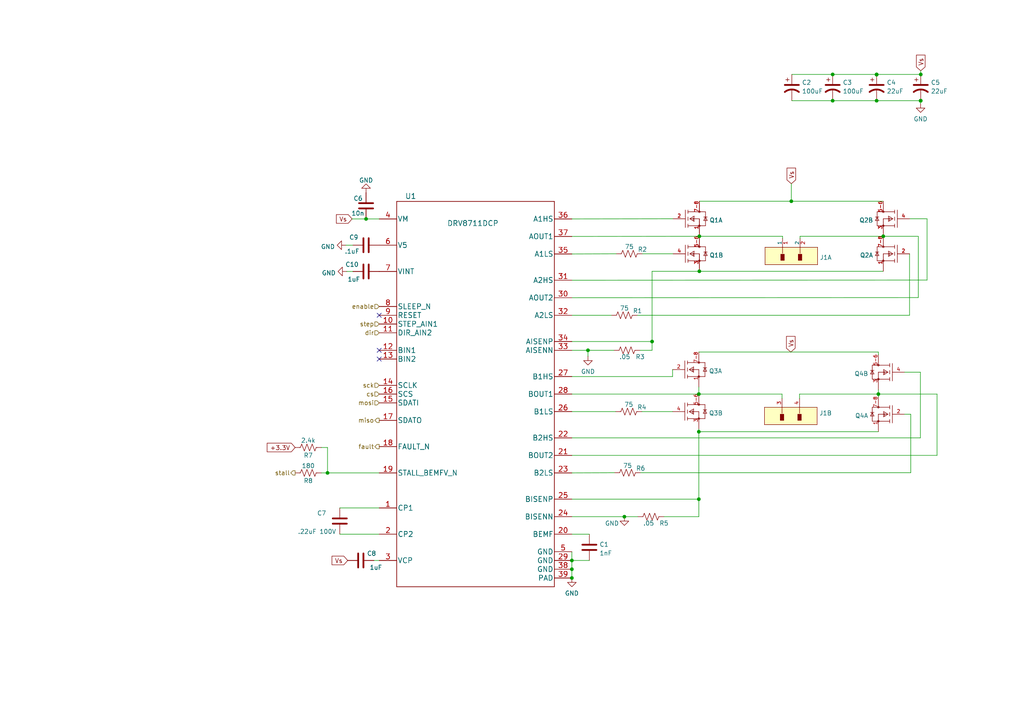
<source format=kicad_sch>
(kicad_sch (version 20211123) (generator eeschema)
  (paper "A4")
  (title_block (title "Motor Driver") (company "Buildbotics LLC") (comment 1 "Copyright (c) 2016-2022, Buildbotics LLC") (comment 2 "Licensed under CERN-OHL-S v2 "))
  (lib_symbols
    (symbol "1LibBBCTRL:43045-0402" (pin_names (offset 0))
      (property "Reference" "J" (at 0 7.62 0))
      (property "Value" "43045-0402" (at 0 10.16 0))
      (symbol "43045-0402_1_1"
        (rectangle (start -10.16 5.08) (end -5.08 -10.16) (fill (type background)))
        (rectangle (start -8.89 -4.572) (end -7.112 -5.588) (fill (type outline)))
        (rectangle (start -8.89 0.508) (end -7.112 -0.508) (fill (type outline)))
        (polyline (pts (xy -6.858 -5.08) (xy -5.08 -5.08)))
        (polyline (pts (xy -6.858 0) (xy -5.08 0)))
        (pin passive line (at -2.54 0 180) (length 2.54) (name "1") (number "1"))
        (pin passive line (at -2.54 -5.08 180) (length 2.54) (name "2") (number "2"))
      )
      (symbol "43045-0402_2_1"
        (rectangle (start -10.16 5.08) (end -5.08 -10.16) (fill (type background)))
        (rectangle (start -8.89 -4.572) (end -7.112 -5.588) (fill (type outline)))
        (rectangle (start -8.89 0.508) (end -7.112 -0.508) (fill (type outline)))
        (polyline (pts (xy -6.858 -5.08) (xy -5.08 -5.08)))
        (polyline (pts (xy -6.858 0) (xy -5.08 0)))
        (pin passive line (at -2.54 0 180) (length 2.54) (name "3") (number "3"))
        (pin passive line (at -2.54 -5.08 180) (length 2.54) (name "4") (number "4"))
      )
    )
    (symbol "1LibBBCTRL:DRV8711DCP" (pin_names (offset 0.254))
      (property "Reference" "U" (at 0 2.54 0))
      (property "Value" "DRV8711DCP" (at 0 0 0))
      (property "Datasheet" "https://www.ti.com/lit/ds/symlink/drv8711.pdf?ts=1663896064340&ref_url=https%253A%252F%252Fwww.google.com%252F" (at 0 0 0))
      (property "Model" "DRV8711DCP" (at 0 0 0))
      (symbol "DRV8711DCP_1_1"
        (polyline (pts (xy -22.86 -55.88) (xy 22.86 -55.88)) (stroke (width 0.2032)))
        (polyline (pts (xy -22.86 55.88) (xy -22.86 -55.88)) (stroke (width 0.2032)))
        (polyline (pts (xy 22.86 -55.88) (xy 22.86 55.88)) (stroke (width 0.2032)))
        (polyline (pts (xy 22.86 55.88) (xy -22.86 55.88)) (stroke (width 0.2032)))
        (pin unspecified line (at -27.94 -33.02 0) (length 5.08) (name "CP1") (number "1"))
        (pin input line (at -27.94 20.32 0) (length 5.08) (name "STEP_AIN1") (number "10"))
        (pin input line (at -27.94 17.78 0) (length 5.08) (name "DIR_AIN2") (number "11"))
        (pin input line (at -27.94 12.7 0) (length 5.08) (name "BIN1") (number "12"))
        (pin input line (at -27.94 10.16 0) (length 5.08) (name "BIN2") (number "13"))
        (pin input line (at -27.94 2.54 0) (length 5.08) (name "SCLK") (number "14"))
        (pin input line (at -27.94 -2.54 0) (length 5.08) (name "SDATI") (number "15"))
        (pin input line (at -27.94 0 0) (length 5.08) (name "SCS") (number "16"))
        (pin open_collector line (at -27.94 -7.62 0) (length 5.08) (name "SDATO") (number "17"))
        (pin open_collector line (at -27.94 -15.24 0) (length 5.08) (name "FAULT_N") (number "18"))
        (pin open_collector line (at -27.94 -22.86 0) (length 5.08) (name "STALL_BEMFV_N") (number "19"))
        (pin unspecified line (at -27.94 -40.64 0) (length 5.08) (name "CP2") (number "2"))
        (pin output line (at 27.94 -40.64 180) (length 5.08) (name "BEMF") (number "20"))
        (pin passive line (at 27.94 -17.78 180) (length 5.08) (name "BOUT2") (number "21"))
        (pin output line (at 27.94 -12.7 180) (length 5.08) (name "B2HS") (number "22"))
        (pin output line (at 27.94 -22.86 180) (length 5.08) (name "B2LS") (number "23"))
        (pin input line (at 27.94 -35.56 180) (length 5.08) (name "BISENN") (number "24"))
        (pin input line (at 27.94 -30.48 180) (length 5.08) (name "BISENP") (number "25"))
        (pin output line (at 27.94 -5.08 180) (length 5.08) (name "B1LS") (number "26"))
        (pin output line (at 27.94 5.08 180) (length 5.08) (name "B1HS") (number "27"))
        (pin input line (at 27.94 0 180) (length 5.08) (name "BOUT1") (number "28"))
        (pin passive line (at 27.94 -48.26 180) (length 5.08) (name "GND") (number "29"))
        (pin unspecified line (at -27.94 -48.26 0) (length 5.08) (name "VCP") (number "3"))
        (pin input line (at 27.94 27.94 180) (length 5.08) (name "AOUT2") (number "30"))
        (pin output line (at 27.94 33.02 180) (length 5.08) (name "A2HS") (number "31"))
        (pin output line (at 27.94 22.86 180) (length 5.08) (name "A2LS") (number "32"))
        (pin input line (at 27.94 12.7 180) (length 5.08) (name "AISENN") (number "33"))
        (pin input line (at 27.94 15.24 180) (length 5.08) (name "AISENP") (number "34"))
        (pin output line (at 27.94 40.64 180) (length 5.08) (name "A1LS") (number "35"))
        (pin output line (at 27.94 50.8 180) (length 5.08) (name "A1HS") (number "36"))
        (pin input line (at 27.94 45.72 180) (length 5.08) (name "AOUT1") (number "37"))
        (pin passive line (at 27.94 -50.8 180) (length 5.08) (name "GND") (number "38"))
        (pin passive line (at 27.94 -53.34 180) (length 5.08) (name "PAD") (number "39"))
        (pin passive line (at -27.94 50.8 0) (length 5.08) (name "VM") (number "4"))
        (pin passive line (at 27.94 -45.72 180) (length 5.08) (name "GND") (number "5"))
        (pin passive line (at -27.94 43.18 0) (length 5.08) (name "V5") (number "6"))
        (pin passive line (at -27.94 35.56 0) (length 5.08) (name "VINT") (number "7"))
        (pin input line (at -27.94 25.4 0) (length 5.08) (name "SLEEP_N") (number "8"))
        (pin input line (at -27.94 22.86 0) (length 5.08) (name "RESET") (number "9"))
      )
    )
    (symbol "1LibBBCTRL:NVMFD5C672NLT1G" (pin_names (offset 1.016))
      (property "Reference" "Q" (at 0 7.62 0))
      (symbol "NVMFD5C672NLT1G_1_1"
        (polyline (pts (xy 6.096 -2.54) (xy 6.096 2.54)))
        (polyline (pts (xy 6.858 -2.032) (xy 10.16 -2.032)))
        (polyline (pts (xy 6.858 -1.524) (xy 6.858 -2.54)))
        (polyline (pts (xy 6.858 0.508) (xy 6.858 -0.508)))
        (polyline (pts (xy 6.858 1.524) (xy 6.858 2.54)))
        (polyline (pts (xy 6.858 2.032) (xy 10.16 2.032)))
        (polyline (pts (xy 7.366 0) (xy 8.636 -0.762)))
        (polyline (pts (xy 7.366 0) (xy 8.636 0.762)))
        (polyline (pts (xy 7.62 0) (xy 10.16 0)))
        (polyline (pts (xy 8.382 0.254) (xy 8.382 -0.508)))
        (polyline (pts (xy 8.636 0.762) (xy 8.636 -0.762)))
        (polyline (pts (xy 10.16 -2.032) (xy 11.938 -2.032)))
        (polyline (pts (xy 11.43 -0.508) (xy 12.446 -0.508)))
        (polyline (pts (xy 11.938 -2.032) (xy 11.938 2.032)))
        (polyline (pts (xy 11.938 0.508) (xy 11.43 -0.508)))
        (polyline (pts (xy 11.938 0.508) (xy 11.43 0.508)))
        (polyline (pts (xy 11.938 0.508) (xy 12.446 0.508)))
        (polyline (pts (xy 11.938 2.032) (xy 10.16 2.032)))
        (polyline (pts (xy 12.446 -0.508) (xy 11.938 0.508)))
        (circle (center 10.16 -2.032) (radius 0.254))
        (circle (center 10.16 2.032) (radius 0.254))
        (pin passive line (at 10.16 -5.08 90) (length 5.08) (name "S1") (number "1"))
        (pin passive line (at 2.54 0 0) (length 3.556) (name "G1") (number "2"))
        (pin passive line (at 10.16 5.08 270) (length 3.048) (name "D1") (number "7-8"))
      )
      (symbol "NVMFD5C672NLT1G_2_1"
        (polyline (pts (xy 6.096 -2.54) (xy 6.096 2.54)))
        (polyline (pts (xy 6.858 -2.032) (xy 10.16 -2.032)))
        (polyline (pts (xy 6.858 -1.524) (xy 6.858 -2.54)))
        (polyline (pts (xy 6.858 0.508) (xy 6.858 -0.508)))
        (polyline (pts (xy 6.858 1.524) (xy 6.858 2.54)))
        (polyline (pts (xy 6.858 2.032) (xy 10.16 2.032)))
        (polyline (pts (xy 7.366 0) (xy 8.636 -0.762)))
        (polyline (pts (xy 7.366 0) (xy 8.636 0.762)))
        (polyline (pts (xy 7.62 0) (xy 10.16 0)))
        (polyline (pts (xy 8.382 0.254) (xy 8.382 -0.508)))
        (polyline (pts (xy 8.636 0.762) (xy 8.636 -0.762)))
        (polyline (pts (xy 10.16 -2.032) (xy 11.938 -2.032)))
        (polyline (pts (xy 11.43 -0.508) (xy 12.446 -0.508)))
        (polyline (pts (xy 11.938 -2.032) (xy 11.938 2.032)))
        (polyline (pts (xy 11.938 0.508) (xy 11.43 -0.508)))
        (polyline (pts (xy 11.938 0.508) (xy 11.43 0.508)))
        (polyline (pts (xy 11.938 0.508) (xy 12.446 0.508)))
        (polyline (pts (xy 11.938 2.032) (xy 10.16 2.032)))
        (polyline (pts (xy 12.446 -0.508) (xy 11.938 0.508)))
        (circle (center 10.16 -2.032) (radius 0.254))
        (circle (center 10.16 2.032) (radius 0.254))
        (pin passive line (at 10.16 -5.08 90) (length 5.08) (name "S2") (number "3"))
        (pin passive line (at 2.54 0 0) (length 3.556) (name "G2") (number "4"))
        (pin passive line (at 10.16 5.08 270) (length 3.048) (name "D2") (number "5-6"))
      )
    )
    (symbol "43045-0402_1" (pin_names (offset 0) hide)
      (property "Reference" "J" (at 0 7.62 0))
      (property "Value" "43045-0402_1" (at 0 10.16 0))
      (symbol "43045-0402_1_1_1"
        (rectangle (start -10.16 5.08) (end -5.08 -10.16) (fill (type background)))
        (rectangle (start -8.89 -4.572) (end -7.112 -5.588) (fill (type outline)))
        (rectangle (start -8.89 0.508) (end -7.112 -0.508) (fill (type outline)))
        (polyline (pts (xy -6.858 -5.08) (xy -5.08 -5.08)))
        (polyline (pts (xy -6.858 0) (xy -5.08 0)))
        (pin passive line (at -2.54 0 180) (length 2.54) (name "1") (number "1"))
        (pin passive line (at -2.54 -5.08 180) (length 2.54) (name "2") (number "2"))
      )
      (symbol "43045-0402_1_2_1"
        (rectangle (start -10.16 5.08) (end -5.08 -10.16) (fill (type background)))
        (rectangle (start -8.89 -4.572) (end -7.112 -5.588) (fill (type outline)))
        (rectangle (start -8.89 0.508) (end -7.112 -0.508) (fill (type outline)))
        (polyline (pts (xy -6.858 -5.08) (xy -5.08 -5.08)))
        (polyline (pts (xy -6.858 0) (xy -5.08 0)))
        (pin passive line (at -2.54 0 180) (length 2.54) (name "3") (number "3"))
        (pin passive line (at -2.54 -5.08 180) (length 2.54) (name "4") (number "4"))
      )
    )
    (symbol "Device:C" (pin_numbers hide) (pin_names (offset 0.254))
      (property "Reference" "C" (at 0.635 2.54 0))
      (property "Value" "C" (at 0.635 -2.54 0))
      (symbol "C_0_1"
        (polyline (pts (xy -2.032 -0.762) (xy 2.032 -0.762)) (stroke (width 0.508)))
        (polyline (pts (xy -2.032 0.762) (xy 2.032 0.762)) (stroke (width 0.508)))
      )
      (symbol "C_1_1"
        (pin passive line (at 0 3.81 270) (length 2.794) (name "~") (number "1"))
        (pin passive line (at 0 -3.81 90) (length 2.794) (name "~") (number "2"))
      )
    )
    (symbol "Device:C_Polarized_US" (pin_numbers hide) (pin_names (offset 0.254) hide)
      (property "Reference" "C" (at 0.635 2.54 0))
      (property "Value" "C_Polarized_US" (at 0.635 -2.54 0))
      (symbol "C_Polarized_US_0_1"
        (polyline (pts (xy -2.032 0.762) (xy 2.032 0.762)) (stroke (width 0.508)))
        (polyline (pts (xy -1.778 2.286) (xy -0.762 2.286)))
        (polyline (pts (xy -1.27 1.778) (xy -1.27 2.794)))
        (arc (start 2.032 -1.27) (mid 0 -0.5572) (end -2.032 -1.27) (stroke (width 0.508)))
      )
      (symbol "C_Polarized_US_1_1"
        (pin passive line (at 0 3.81 270) (length 2.794) (name "~") (number "1"))
        (pin passive line (at 0 -3.81 90) (length 3.302) (name "~") (number "2"))
      )
    )
    (symbol "Device:R_US" (pin_numbers hide) (pin_names (offset 0))
      (property "Reference" "R" (at 2.54 0 90))
      (property "Value" "R_US" (at -2.54 0 90))
      (symbol "R_US_0_1"
        (polyline (pts (xy 0 -2.286) (xy 0 -2.54)))
        (polyline (pts (xy 0 2.286) (xy 0 2.54)))
        (polyline (pts (xy 0 -0.762) (xy 1.016 -1.143) (xy 0 -1.524) (xy -1.016 -1.905) (xy 0 -2.286)))
        (polyline (pts (xy 0 0.762) (xy 1.016 0.381) (xy 0 0) (xy -1.016 -0.381) (xy 0 -0.762)))
        (polyline (pts (xy 0 2.286) (xy 1.016 1.905) (xy 0 1.524) (xy -1.016 1.143) (xy 0 0.762)))
      )
      (symbol "R_US_1_1"
        (pin passive line (at 0 3.81 270) (length 1.27) (name "~") (number "1"))
        (pin passive line (at 0 -3.81 90) (length 1.27) (name "~") (number "2"))
      )
    )
    (symbol "power:GND" (power) (pin_names (offset 0))
      (property "Value" "GND" (at 0 -3.81 0))
      (symbol "GND_0_1"
        (polyline (pts (xy 0 0) (xy 0 -1.27) (xy 1.27 -1.27) (xy 0 -2.54) (xy -1.27 -1.27) (xy 0 -1.27)))
      )
      (symbol "GND_1_1"
        (pin power_in line (at 0 0 270) (length 0) hide (name "GND") (number "1"))
      )
    )
  )
  (junction (at 170.5356 101.6))
  (junction (at 202.692 114.3))
  (junction (at 241.5032 29.21))
  (junction (at 241.5032 21.59))
  (junction (at 202.692 144.78))
  (junction (at 254.254 29.21))
  (junction (at 94.996 137.16))
  (junction (at 254.762 114.3))
  (junction (at 254.254 21.59))
  (junction (at 165.862 162.56))
  (junction (at 202.8444 68.5292))
  (junction (at 256.1844 68.5292))
  (junction (at 189.1284 99.06))
  (junction (at 165.862 167.64))
  (junction (at 229.5144 58.3692))
  (junction (at 202.8444 78.6892))
  (junction (at 267.0556 21.59))
  (junction (at 165.862 165.1))
  (junction (at 202.692 125.222))
  (junction (at 267.0048 29.21))
  (junction (at 181.102 149.86))
  (junction (at 254.254 21.6408))
  (junction (at 106.172 63.5))
  (junction (at 267.0556 29.21))
  (no_connect (at 109.982 91.44))
  (no_connect (at 109.982 101.6))
  (no_connect (at 109.982 104.14))
  (wire (pts (xy 94.996 137.16) (xy 109.982 137.16)))
  (wire (pts (xy 229.6668 21.59) (xy 241.5032 21.59)))
  (wire (pts (xy 254.254 29.21) (xy 267.0048 29.21)))
  (wire (pts (xy 202.692 125.222) (xy 202.692 124.46)))
  (wire (pts (xy 178.2064 137.1092) (xy 165.862 137.16)))
  (wire (pts (xy 165.862 132.08) (xy 271.78 132.08)))
  (wire (pts (xy 170.5356 101.6) (xy 170.5356 103.3272)))
  (wire (pts (xy 165.862 144.78) (xy 202.692 144.78)))
  (wire (pts (xy 202.692 149.86) (xy 202.692 144.78)))
  (wire (pts (xy 186.3344 73.6092) (xy 195.2244 73.6092)))
  (wire (pts (xy 226.9744 68.5292) (xy 226.9744 69.1642)))
  (wire (pts (xy 229.6668 29.21) (xy 241.5032 29.21)))
  (wire (pts (xy 254.762 113.03) (xy 254.762 114.3)))
  (wire (pts (xy 93.218 129.794) (xy 94.996 129.794)))
  (wire (pts (xy 165.862 162.56) (xy 165.862 165.1)))
  (wire (pts (xy 195.072 109.22) (xy 195.072 107.188)))
  (wire (pts (xy 181.102 149.86) (xy 165.862 149.86)))
  (wire (pts (xy 232.0544 68.5292) (xy 232.0544 69.1642)))
  (wire (pts (xy 202.692 112.268) (xy 202.692 114.3)))
  (wire (pts (xy 202.692 102.108) (xy 254.762 102.108)))
  (wire (pts (xy 202.8444 68.5292) (xy 226.9744 68.5292)))
  (wire (pts (xy 94.996 129.794) (xy 94.996 137.16)))
  (wire (pts (xy 271.78 114.3) (xy 271.78 132.08)))
  (wire (pts (xy 165.862 63.5) (xy 195.2244 63.4492)))
  (wire (pts (xy 100.33 71.12) (xy 102.362 71.12)))
  (wire (pts (xy 266.954 127) (xy 266.954 107.95)))
  (wire (pts (xy 268.8844 81.2292) (xy 268.8844 63.4492)))
  (wire (pts (xy 254.762 114.3) (xy 271.78 114.3)))
  (wire (pts (xy 108.458 162.56) (xy 109.982 162.56)))
  (wire (pts (xy 165.862 86.36) (xy 266.3444 86.3092)))
  (wire (pts (xy 202.692 144.78) (xy 202.692 125.222)))
  (wire (pts (xy 202.8444 58.3692) (xy 229.5144 58.3692)))
  (wire (pts (xy 165.862 162.56) (xy 170.942 162.56)))
  (wire (pts (xy 185.8264 137.1092) (xy 264.16 137.1092)))
  (wire (pts (xy 263.8044 73.6092) (xy 263.8044 91.44)))
  (wire (pts (xy 264.16 120.142) (xy 264.16 137.1092)))
  (wire (pts (xy 165.862 99.06) (xy 189.1284 99.06)))
  (wire (pts (xy 98.552 147.32) (xy 109.982 147.32)))
  (wire (pts (xy 184.9628 149.86) (xy 181.102 149.86)))
  (wire (pts (xy 189.1284 99.06) (xy 189.1284 78.6892)))
  (wire (pts (xy 231.902 114.3) (xy 231.902 115.57)))
  (wire (pts (xy 226.822 114.3) (xy 226.822 115.57)))
  (wire (pts (xy 165.862 119.38) (xy 178.562 119.38)))
  (wire (pts (xy 98.552 154.94) (xy 109.982 154.94)))
  (wire (pts (xy 106.172 63.5) (xy 109.982 63.5)))
  (wire (pts (xy 185.674 101.6) (xy 189.1284 101.6)))
  (wire (pts (xy 256.1844 68.5292) (xy 232.0544 68.5292)))
  (wire (pts (xy 170.5356 101.6) (xy 178.054 101.6)))
  (wire (pts (xy 192.5828 149.86) (xy 202.692 149.86)))
  (wire (pts (xy 268.8844 63.4492) (xy 263.8044 63.4492)))
  (wire (pts (xy 229.5144 53.2892) (xy 229.5144 58.3692)))
  (wire (pts (xy 267.0556 29.21) (xy 267.0048 29.21)))
  (wire (pts (xy 186.182 119.38) (xy 195.072 119.38)))
  (wire (pts (xy 254.762 102.87) (xy 254.762 102.108)))
  (wire (pts (xy 189.1284 101.6) (xy 189.1284 99.06)))
  (wire (pts (xy 262.382 120.142) (xy 264.16 120.142)))
  (wire (pts (xy 165.862 165.1) (xy 165.862 167.64)))
  (wire (pts (xy 229.5144 58.3692) (xy 256.1844 58.3692)))
  (wire (pts (xy 100.584 78.74) (xy 102.362 78.74)))
  (wire (pts (xy 165.862 101.6) (xy 170.5356 101.6)))
  (wire (pts (xy 266.954 107.95) (xy 262.382 107.95)))
  (wire (pts (xy 184.912 91.44) (xy 263.8044 91.44)))
  (wire (pts (xy 254.762 114.3) (xy 231.902 114.3)))
  (wire (pts (xy 165.862 68.58) (xy 202.8444 68.5292)))
  (wire (pts (xy 267.0048 30.0736) (xy 267.0048 29.21)))
  (wire (pts (xy 189.1284 78.6892) (xy 202.8444 78.6892)))
  (wire (pts (xy 165.862 91.44) (xy 177.292 91.44)))
  (wire (pts (xy 93.218 137.16) (xy 94.996 137.16)))
  (wire (pts (xy 202.8444 78.6892) (xy 256.1844 78.6892)))
  (wire (pts (xy 254.254 21.59) (xy 267.0556 21.59)))
  (wire (pts (xy 241.5032 29.21) (xy 254.254 29.21)))
  (wire (pts (xy 254.254 21.6408) (xy 254.254 21.59)))
  (wire (pts (xy 254.762 114.3) (xy 254.762 115.062)))
  (wire (pts (xy 266.3444 68.5292) (xy 256.1844 68.5292)))
  (wire (pts (xy 254.762 125.222) (xy 202.692 125.222)))
  (wire (pts (xy 165.862 81.28) (xy 268.8844 81.2292)))
  (wire (pts (xy 165.862 154.94) (xy 170.942 154.94)))
  (wire (pts (xy 267.0556 20.5232) (xy 267.0556 21.59)))
  (wire (pts (xy 165.862 127) (xy 266.954 127)))
  (wire (pts (xy 202.692 114.3) (xy 226.822 114.3)))
  (wire (pts (xy 165.862 73.66) (xy 178.7144 73.6092)))
  (wire (pts (xy 241.5032 21.59) (xy 254.254 21.59)))
  (wire (pts (xy 102.108 63.5) (xy 106.172 63.5)))
  (wire (pts (xy 165.862 109.22) (xy 195.072 109.22)))
  (wire (pts (xy 165.862 160.02) (xy 165.862 162.56)))
  (wire (pts (xy 165.862 114.3) (xy 202.692 114.3)))
  (wire (pts (xy 266.3444 86.3092) (xy 266.3444 68.5292)))
  (global_label "Vs" (shape input) (at 229.5144 53.2892 90) (property "Intersheet References" "${INTERSHEET_REFS}" (effects hide)))
  (global_label "Vs" (shape input) (at 102.108 63.5 180) (property "Intersheet References" "${INTERSHEET_REFS}" (effects hide)))
  (global_label "Vs" (shape input) (at 100.838 162.56 180) (property "Intersheet References" "${INTERSHEET_REFS}" (effects hide)))
  (global_label "Vs" (shape input) (at 229.362 102.108 90) (property "Intersheet References" "${INTERSHEET_REFS}" (effects hide)))
  (global_label "+3.3V" (shape input) (at 85.598 129.794 180) (property "Intersheet References" "${INTERSHEET_REFS}" (effects hide)))
  (global_label "Vs" (shape input) (at 267.0556 20.5232 90) (property "Intersheet References" "${INTERSHEET_REFS}" (effects hide)))
  (hierarchical_label "sck" (shape input) (at 109.982 111.76 180))
  (hierarchical_label "cs" (shape input) (at 109.982 114.3 180))
  (hierarchical_label "step" (shape input) (at 109.982 93.98 180))
  (hierarchical_label "mosi" (shape input) (at 109.982 116.84 180))
  (hierarchical_label "miso" (shape output) (at 109.982 121.92 180))
  (hierarchical_label "enable" (shape input) (at 109.982 88.9 180))
  (hierarchical_label "stall" (shape output) (at 85.598 137.16 180))
  (hierarchical_label "fault" (shape output) (at 109.982 129.54 180))
  (hierarchical_label "dir" (shape input) (at 109.982 96.52 180))
  (symbol (lib_id "power:GND") (at 100.584 78.74 270) (unit 1)
    (property "Reference" "#PWR0104" (effects hide))
    (property "Value" "GND" (at 97.4091 79.1738 90) (effects (justify right)))
  )
  (symbol (lib_id "power:GND") (at 170.5356 103.3272 0) (unit 1)
    (property "Reference" "#PWR0234" (effects hide))
    (property "Value" "GND" (at 170.5356 107.7706 0))
  )
  (symbol (lib_id "Device:R_US") (at 188.7728 149.86 90) (unit 1)
    (property "Reference" "R5" (at 192.5828 151.765 90))
    (property "Value" ".05" (at 188.1378 151.765 90))
    (property "Footprint" "Resistor_SMD:R_2512_6332Metric_Pad1.40x3.35mm_HandSolder" (effects hide))
    (property "Model" "CSRL3-0R05F8" (effects hide))
  )
  (symbol (lib_id "Device:R_US") (at 182.0164 137.1092 90) (unit 1)
    (property "Reference" "R6" (at 185.8264 135.8392 90))
    (property "Value" "75" (at 182.0164 135.0573 90))
    (property "Footprint" "Resistor_SMD:R_0805_2012Metric_Pad1.20x1.40mm_HandSolder" (effects hide))
    (property "Model" "RMCF0805JT75R0" (effects hide))
  )
  (symbol (lib_id "Device:C") (at 98.552 151.13 0) (unit 1)
    (property "Reference" "C7" (at 91.948 148.844 0) (effects (justify left)))
    (property "Value" ".22uF 100V" (at 86.36 154.178 0) (effects (justify left)))
    (property "Footprint" "Capacitor_SMD:C_0805_2012Metric_Pad1.18x1.45mm_HandSolder" (effects hide))
    (property "Model" "CL21B224KCFSNWE" (effects hide))
  )
  (symbol (lib_id "power:GND") (at 165.862 167.64 0) (unit 1)
    (property "Reference" "#PWR0156" (effects hide))
    (property "Value" "GND" (at 165.862 172.0834 0))
  )
  (symbol (lib_id "Device:C") (at 106.172 78.74 90) (unit 1)
    (property "Reference" "C10" (at 102.108 76.708 90))
    (property "Value" "1uF" (at 102.616 81.026 90))
    (property "Footprint" "Capacitor_SMD:C_0805_2012Metric_Pad1.18x1.45mm_HandSolder" (effects hide))
    (property "Model" "CC0805KKX7R7BB105" (effects hide))
  )
  (symbol (lib_id "Device:C") (at 170.942 158.75 0) (unit 1)
    (property "Reference" "C1" (at 173.863 157.9153 0) (effects (justify left)))
    (property "Value" "1nF" (at 173.863 160.4522 0) (effects (justify left)))
    (property "Footprint" "Capacitor_SMD:C_0805_2012Metric_Pad1.18x1.45mm_HandSolder" (effects hide))
    (property "Model" "C0805C102K4RACTU" (effects hide))
  )
  (symbol (lib_id "1LibBBCTRL:NVMFD5C672NLT1G") (at 266.3444 63.4492 0) (mirror y) (unit 2)
    (property "Reference" "Q2" (at 253.2634 63.883 0) (effects (justify left)))
    (property "Value" "NVMFD5C672NLT1G" (effects hide))
    (property "Footprint" "Project_Footprints_Library:ON_Semiconductor-506BT-02_2013-E-MFG" (effects hide))
    (property "Datasheet" "https://www.onsemi.com/pub/Collateral/NVMFD5C672NL-D.PDF" (effects hide))
    (property "automotive" "Yes" (effects hide))
    (property "automotive grade" "Grade 0" (effects hide))
    (property "category" "Trans" (effects hide))
    (property "continuous drain current" "11A" (effects hide))
    (property "depletion mode" "False" (effects hide))
    (property "device class L1" "Discrete Semiconductors" (effects hide))
    (property "device class L2" "Transistors" (effects hide))
    (property "device class L3" "MOSFETs" (effects hide))
    (property "digikey description" "MOSFET 2N-CH 60V 49A S08FL" (effects hide))
    (property "digikey part number" "NVMFD5C672NLT1GOSCT-ND" (effects hide))
    (property "drain to source breakdown voltage" "60V" (effects hide))
    (property "drain to source resistance" "13.4mΩ" (effects hide))
    (property "drain to source voltage" "60V" (effects hide))
    (property "footprint url" "https://www.onsemi.com/pub/Collateral/506BT.PDF" (effects hide))
    (property "gate charge at vgs" "12.3nC @ 10V" (effects hide))
    (property "gate to source voltage" "20V" (effects hide))
    (property "height" "1.1mm" (effects hide))
    (property "input capacitace at vds" "793pF @ 25V" (effects hide))
    (property "lead free" "Yes" (effects hide))
    (property "library id" "b75140b984a3b3a1" (effects hide))
    (property "manufacturer" "ON Semiconductor" (effects hide))
    (property "max forward diode voltage" "1.2V" (effects hide))
    (property "max junction temp" "+175°C" (effects hide))
    (property "mouser description" "Dual N-Channel Power MOSFET 60V, 49A, 11.9mO" (effects hide))
    (property "mouser part number" "863-NVMFD5C672NLT1G" (effects hide))
    (property "number of N channels" "2" (effects hide))
    (property "number of channels" "2" (effects hide))
    (property "package" "DFN8_5X6" (effects hide))
    (property "power dissipation" "3.1W" (effects hide))
    (property "pulse drain current" "161A" (effects hide))
    (property "reverse recovery charge" "13nC" (effects hide))
    (property "reverse recovery time" "26ns" (effects hide))
    (property "rohs" "Yes" (effects hide))
    (property "rthja max" "47.51°C/W" (effects hide))
    (property "temperature range high" "+175°C" (effects hide))
    (property "temperature range low" "-55°C" (effects hide))
    (property "threshold vgs max" "2.2V" (effects hide))
    (property "threshold vgs min" "1.2V" (effects hide))
    (property "transconductance" "27.5S" (effects hide))
    (property "turn off delay time" "22ns" (effects hide))
    (property "turn on delay time" "11ns" (effects hide))
    (property "typ forward diode voltage" "0.9V" (effects hide))
    (property "Model" "NVMFD5C672NLT1G" (effects hide))
  )
  (symbol (lib_id "power:GND") (at 181.102 149.86 0) (unit 1)
    (property "Reference" "#PWR0233" (effects hide))
    (property "Value" "GND" (at 177.4952 151.7904 0))
  )
  (symbol (lib_id "Device:R_US") (at 89.408 137.16 90) (unit 1)
    (property "Reference" "R8" (at 89.408 139.446 90))
    (property "Value" "180" (at 89.408 135.1081 90))
    (property "Footprint" "Resistor_SMD:R_0805_2012Metric_Pad1.20x1.40mm_HandSolder" (effects hide))
    (property "Model" "RMCF0805JT180R" (effects hide))
  )
  (symbol (lib_id "Device:C_Polarized_US") (at 267.0556 25.4 0) (unit 1)
    (property "Reference" "C5" (at 269.9766 23.9303 0) (effects (justify left)))
    (property "Value" "22uF" (at 269.9766 26.4672 0) (effects (justify left)))
    (property "Footprint" "Capacitor_THT:CP_Radial_D5.0mm_P2.00mm" (effects hide))
    (property "Model" "226CKS063M" (effects hide))
  )
  (symbol (lib_id "Device:R_US") (at 182.5244 73.6092 90) (unit 1)
    (property "Reference" "R2" (at 186.3344 72.3392 90))
    (property "Value" "75" (at 182.5244 71.5573 90))
    (property "Footprint" "Resistor_SMD:R_0805_2012Metric_Pad1.20x1.40mm_HandSolder" (effects hide))
    (property "Model" "RMCF0805JT75R0" (effects hide))
  )
  (symbol (lib_id "1LibBBCTRL:NVMFD5C672NLT1G") (at 192.6844 73.6092 0) (unit 2)
    (property "Reference" "Q1" (at 205.7654 74.043 0) (effects (justify left)))
    (property "Value" "NVMFD5C672NLT1G" (effects hide))
    (property "Footprint" "Project_Footprints_Library:ON_Semiconductor-506BT-02_2013-E-MFG" (effects hide))
    (property "Datasheet" "https://www.onsemi.com/pub/Collateral/NVMFD5C672NL-D.PDF" (effects hide))
    (property "automotive" "Yes" (effects hide))
    (property "automotive grade" "Grade 0" (effects hide))
    (property "category" "Trans" (effects hide))
    (property "continuous drain current" "11A" (effects hide))
    (property "depletion mode" "False" (effects hide))
    (property "device class L1" "Discrete Semiconductors" (effects hide))
    (property "device class L2" "Transistors" (effects hide))
    (property "device class L3" "MOSFETs" (effects hide))
    (property "digikey description" "MOSFET 2N-CH 60V 49A S08FL" (effects hide))
    (property "digikey part number" "NVMFD5C672NLT1GOSCT-ND" (effects hide))
    (property "drain to source breakdown voltage" "60V" (effects hide))
    (property "drain to source resistance" "13.4mΩ" (effects hide))
    (property "drain to source voltage" "60V" (effects hide))
    (property "footprint url" "https://www.onsemi.com/pub/Collateral/506BT.PDF" (effects hide))
    (property "gate charge at vgs" "12.3nC @ 10V" (effects hide))
    (property "gate to source voltage" "20V" (effects hide))
    (property "height" "1.1mm" (effects hide))
    (property "input capacitace at vds" "793pF @ 25V" (effects hide))
    (property "lead free" "Yes" (effects hide))
    (property "library id" "b75140b984a3b3a1" (effects hide))
    (property "manufacturer" "ON Semiconductor" (effects hide))
    (property "max forward diode voltage" "1.2V" (effects hide))
    (property "max junction temp" "+175°C" (effects hide))
    (property "mouser description" "Dual N-Channel Power MOSFET 60V, 49A, 11.9mO" (effects hide))
    (property "mouser part number" "863-NVMFD5C672NLT1G" (effects hide))
    (property "number of N channels" "2" (effects hide))
    (property "number of channels" "2" (effects hide))
    (property "package" "DFN8_5X6" (effects hide))
    (property "power dissipation" "3.1W" (effects hide))
    (property "pulse drain current" "161A" (effects hide))
    (property "reverse recovery charge" "13nC" (effects hide))
    (property "reverse recovery time" "26ns" (effects hide))
    (property "rohs" "Yes" (effects hide))
    (property "rthja max" "47.51°C/W" (effects hide))
    (property "temperature range high" "+175°C" (effects hide))
    (property "temperature range low" "-55°C" (effects hide))
    (property "threshold vgs max" "2.2V" (effects hide))
    (property "threshold vgs min" "1.2V" (effects hide))
    (property "transconductance" "27.5S" (effects hide))
    (property "turn off delay time" "22ns" (effects hide))
    (property "turn on delay time" "11ns" (effects hide))
    (property "typ forward diode voltage" "0.9V" (effects hide))
    (property "Model" "NVMFD5C672NLT1G" (effects hide))
  )
  (symbol (lib_id "power:GND") (at 267.0048 30.0736 0) (unit 1)
    (property "Reference" "#PWR0102" (effects hide))
    (property "Value" "GND" (at 267.0048 34.517 0))
  )
  (symbol (lib_id "1LibBBCTRL:NVMFD5C672NLT1G") (at 266.3444 73.6092 0) (mirror y) (unit 1)
    (property "Reference" "Q2" (at 253.2634 74.043 0) (effects (justify left)))
    (property "Value" "NVMFD5C672NLT1G" (effects hide))
    (property "Footprint" "Project_Footprints_Library:ON_Semiconductor-506BT-02_2013-E-MFG" (effects hide))
    (property "Datasheet" "https://www.onsemi.com/pub/Collateral/NVMFD5C672NL-D.PDF" (effects hide))
    (property "automotive" "Yes" (effects hide))
    (property "automotive grade" "Grade 0" (effects hide))
    (property "category" "Trans" (effects hide))
    (property "continuous drain current" "11A" (effects hide))
    (property "depletion mode" "False" (effects hide))
    (property "device class L1" "Discrete Semiconductors" (effects hide))
    (property "device class L2" "Transistors" (effects hide))
    (property "device class L3" "MOSFETs" (effects hide))
    (property "digikey description" "MOSFET 2N-CH 60V 49A S08FL" (effects hide))
    (property "digikey part number" "NVMFD5C672NLT1GOSCT-ND" (effects hide))
    (property "drain to source breakdown voltage" "60V" (effects hide))
    (property "drain to source resistance" "13.4mΩ" (effects hide))
    (property "drain to source voltage" "60V" (effects hide))
    (property "footprint url" "https://www.onsemi.com/pub/Collateral/506BT.PDF" (effects hide))
    (property "gate charge at vgs" "12.3nC @ 10V" (effects hide))
    (property "gate to source voltage" "20V" (effects hide))
    (property "height" "1.1mm" (effects hide))
    (property "input capacitace at vds" "793pF @ 25V" (effects hide))
    (property "lead free" "Yes" (effects hide))
    (property "library id" "b75140b984a3b3a1" (effects hide))
    (property "manufacturer" "ON Semiconductor" (effects hide))
    (property "max forward diode voltage" "1.2V" (effects hide))
    (property "max junction temp" "+175°C" (effects hide))
    (property "mouser description" "Dual N-Channel Power MOSFET 60V, 49A, 11.9mO" (effects hide))
    (property "mouser part number" "863-NVMFD5C672NLT1G" (effects hide))
    (property "number of N channels" "2" (effects hide))
    (property "number of channels" "2" (effects hide))
    (property "package" "DFN8_5X6" (effects hide))
    (property "power dissipation" "3.1W" (effects hide))
    (property "pulse drain current" "161A" (effects hide))
    (property "reverse recovery charge" "13nC" (effects hide))
    (property "reverse recovery time" "26ns" (effects hide))
    (property "rohs" "Yes" (effects hide))
    (property "rthja max" "47.51°C/W" (effects hide))
    (property "temperature range high" "+175°C" (effects hide))
    (property "temperature range low" "-55°C" (effects hide))
    (property "threshold vgs max" "2.2V" (effects hide))
    (property "threshold vgs min" "1.2V" (effects hide))
    (property "transconductance" "27.5S" (effects hide))
    (property "turn off delay time" "22ns" (effects hide))
    (property "turn on delay time" "11ns" (effects hide))
    (property "typ forward diode voltage" "0.9V" (effects hide))
    (property "Model" "NVMFD5C672NLT1G" (effects hide))
  )
  (symbol (lib_id "Device:C") (at 106.172 59.69 0) (unit 1)
    (property "Reference" "C6" (at 102.5144 57.5564 0) (effects (justify left)))
    (property "Value" "10n" (at 101.9048 61.8744 0) (effects (justify left)))
    (property "Footprint" "Capacitor_SMD:C_0805_2012Metric_Pad1.18x1.45mm_HandSolder" (effects hide))
    (property "Model" "C0805C103K1RAC7210" (effects hide))
  )
  (symbol (lib_id "power:GND") (at 100.33 71.12 270) (unit 1)
    (property "Reference" "#PWR0105" (effects hide))
    (property "Value" "GND" (at 97.1551 71.5538 90) (effects (justify right)))
  )
  (symbol (lib_id "1LibBBCTRL:NVMFD5C672NLT1G") (at 192.532 107.188 0) (unit 1)
    (property "Reference" "Q3" (at 205.613 107.6218 0) (effects (justify left)))
    (property "Value" "NVMFD5C672NLT1G" (effects hide))
    (property "Footprint" "Project_Footprints_Library:ON_Semiconductor-506BT-02_2013-E-MFG" (effects hide))
    (property "Datasheet" "https://www.onsemi.com/pub/Collateral/NVMFD5C672NL-D.PDF" (effects hide))
    (property "automotive" "Yes" (effects hide))
    (property "automotive grade" "Grade 0" (effects hide))
    (property "category" "Trans" (effects hide))
    (property "continuous drain current" "11A" (effects hide))
    (property "depletion mode" "False" (effects hide))
    (property "device class L1" "Discrete Semiconductors" (effects hide))
    (property "device class L2" "Transistors" (effects hide))
    (property "device class L3" "MOSFETs" (effects hide))
    (property "digikey description" "MOSFET 2N-CH 60V 49A S08FL" (effects hide))
    (property "digikey part number" "NVMFD5C672NLT1GOSCT-ND" (effects hide))
    (property "drain to source breakdown voltage" "60V" (effects hide))
    (property "drain to source resistance" "13.4mΩ" (effects hide))
    (property "drain to source voltage" "60V" (effects hide))
    (property "footprint url" "https://www.onsemi.com/pub/Collateral/506BT.PDF" (effects hide))
    (property "gate charge at vgs" "12.3nC @ 10V" (effects hide))
    (property "gate to source voltage" "20V" (effects hide))
    (property "height" "1.1mm" (effects hide))
    (property "input capacitace at vds" "793pF @ 25V" (effects hide))
    (property "lead free" "Yes" (effects hide))
    (property "library id" "b75140b984a3b3a1" (effects hide))
    (property "manufacturer" "ON Semiconductor" (effects hide))
    (property "max forward diode voltage" "1.2V" (effects hide))
    (property "max junction temp" "+175°C" (effects hide))
    (property "mouser description" "Dual N-Channel Power MOSFET 60V, 49A, 11.9mO" (effects hide))
    (property "mouser part number" "863-NVMFD5C672NLT1G" (effects hide))
    (property "number of N channels" "2" (effects hide))
    (property "number of channels" "2" (effects hide))
    (property "package" "DFN8_5X6" (effects hide))
    (property "power dissipation" "3.1W" (effects hide))
    (property "pulse drain current" "161A" (effects hide))
    (property "reverse recovery charge" "13nC" (effects hide))
    (property "reverse recovery time" "26ns" (effects hide))
    (property "rohs" "Yes" (effects hide))
    (property "rthja max" "47.51°C/W" (effects hide))
    (property "temperature range high" "+175°C" (effects hide))
    (property "temperature range low" "-55°C" (effects hide))
    (property "threshold vgs max" "2.2V" (effects hide))
    (property "threshold vgs min" "1.2V" (effects hide))
    (property "transconductance" "27.5S" (effects hide))
    (property "turn off delay time" "22ns" (effects hide))
    (property "turn on delay time" "11ns" (effects hide))
    (property "typ forward diode voltage" "0.9V" (effects hide))
    (property "Model" "NVMFD5C672NLT1G" (effects hide))
  )
  (symbol (lib_id "Device:C_Polarized_US") (at 241.5032 25.4 0) (unit 1)
    (property "Reference" "C3" (at 244.4242 23.9303 0) (effects (justify left)))
    (property "Value" "100uF" (at 244.4242 26.4672 0) (effects (justify left)))
    (property "Footprint" "Capacitor_THT:CP_Radial_D10.0mm_P5.00mm" (effects hide))
    (property "Model" "EKYB101ELL101MJ20S" (effects hide))
  )
  (symbol (lib_id "1LibBBCTRL:NVMFD5C672NLT1G") (at 264.922 107.95 0) (mirror y) (unit 2)
    (property "Reference" "Q4" (at 251.841 108.3838 0) (effects (justify left)))
    (property "Value" "NVMFD5C672NLT1G" (effects hide))
    (property "Footprint" "Project_Footprints_Library:ON_Semiconductor-506BT-02_2013-E-MFG" (effects hide))
    (property "Datasheet" "https://www.onsemi.com/pub/Collateral/NVMFD5C672NL-D.PDF" (effects hide))
    (property "automotive" "Yes" (effects hide))
    (property "automotive grade" "Grade 0" (effects hide))
    (property "category" "Trans" (effects hide))
    (property "continuous drain current" "11A" (effects hide))
    (property "depletion mode" "False" (effects hide))
    (property "device class L1" "Discrete Semiconductors" (effects hide))
    (property "device class L2" "Transistors" (effects hide))
    (property "device class L3" "MOSFETs" (effects hide))
    (property "digikey description" "MOSFET 2N-CH 60V 49A S08FL" (effects hide))
    (property "digikey part number" "NVMFD5C672NLT1GOSCT-ND" (effects hide))
    (property "drain to source breakdown voltage" "60V" (effects hide))
    (property "drain to source resistance" "13.4mΩ" (effects hide))
    (property "drain to source voltage" "60V" (effects hide))
    (property "footprint url" "https://www.onsemi.com/pub/Collateral/506BT.PDF" (effects hide))
    (property "gate charge at vgs" "12.3nC @ 10V" (effects hide))
    (property "gate to source voltage" "20V" (effects hide))
    (property "height" "1.1mm" (effects hide))
    (property "input capacitace at vds" "793pF @ 25V" (effects hide))
    (property "lead free" "Yes" (effects hide))
    (property "library id" "b75140b984a3b3a1" (effects hide))
    (property "manufacturer" "ON Semiconductor" (effects hide))
    (property "max forward diode voltage" "1.2V" (effects hide))
    (property "max junction temp" "+175°C" (effects hide))
    (property "mouser description" "Dual N-Channel Power MOSFET 60V, 49A, 11.9mO" (effects hide))
    (property "mouser part number" "863-NVMFD5C672NLT1G" (effects hide))
    (property "number of N channels" "2" (effects hide))
    (property "number of channels" "2" (effects hide))
    (property "package" "DFN8_5X6" (effects hide))
    (property "power dissipation" "3.1W" (effects hide))
    (property "pulse drain current" "161A" (effects hide))
    (property "reverse recovery charge" "13nC" (effects hide))
    (property "reverse recovery time" "26ns" (effects hide))
    (property "rohs" "Yes" (effects hide))
    (property "rthja max" "47.51°C/W" (effects hide))
    (property "temperature range high" "+175°C" (effects hide))
    (property "temperature range low" "-55°C" (effects hide))
    (property "threshold vgs max" "2.2V" (effects hide))
    (property "threshold vgs min" "1.2V" (effects hide))
    (property "transconductance" "27.5S" (effects hide))
    (property "turn off delay time" "22ns" (effects hide))
    (property "turn on delay time" "11ns" (effects hide))
    (property "typ forward diode voltage" "0.9V" (effects hide))
    (property "Model" "NVMFD5C672NLT1G" (effects hide))
  )
  (symbol (lib_id "1LibBBCTRL:43045-0402") (at 226.9744 66.6242 90) (unit 1)
    (property "Reference" "J1" (at 237.7694 74.678 90) (effects (justify right)))
    (property "Value" "43045-0402" (effects hide))
    (property "Footprint" "Project_Footprints_Library:Molex-43045-0402-MFG" (effects hide))
    (property "Datasheet" "https://www.molex.com/webdocs/datasheets/pdf/en-us/0430450402_PCB_HEADERS.pdf" (effects hide))
    (property "automotive" "No" (effects hide))
    (property "category" "Conn" (effects hide))
    (property "contact material" "Gold" (effects hide))
    (property "current rating" "8.5A" (effects hide))
    (property "device class L1" "Connectors" (effects hide))
    (property "device class L2" "Headers and Wire Housings" (effects hide))
    (property "device class L3" "unset" (effects hide))
    (property "digikey description" "CONN HEADER R/A 4POS 3MM" (effects hide))
    (property "digikey part number" "WM1820-ND" (effects hide))
    (property "footprint url" "https://www.molex.com/pdm_docs/sd/430450402_sd.pdf" (effects hide))
    (property "height" "9.27mm" (effects hide))
    (property "is connector" "yes" (effects hide))
    (property "is female" "no" (effects hide))
    (property "is male" "yes" (effects hide))
    (property "lead free" "Yes" (effects hide))
    (property "library id" "7516097cc790e3f0" (effects hide))
    (property "manufacturer" "Molex" (effects hide))
    (property "mouser description" "Headers & Wire Housings 4 CKT R/A HEADER" (effects hide))
    (property "mouser part number" "538-43045-0402" (effects hide))
    (property "number of contacts" "4" (effects hide))
    (property "number of rows" "2" (effects hide))
    (property "package" "HDR4" (effects hide))
    (property "pitch" "3mm" (effects hide))
    (property "rohs" "Yes" (effects hide))
    (property "temperature range high" "+105°C" (effects hide))
    (property "temperature range low" "-40°C" (effects hide))
    (property "voltage rating" "600V" (effects hide))
    (property "Model" "43045-0402" (effects hide))
  )
  (symbol (lib_id "power:GND") (at 106.172 55.88 180) (unit 1)
    (property "Reference" "#PWR0103" (effects hide))
    (property "Value" "GND" (at 106.172 52.3042 0))
  )
  (symbol (lib_id "Device:C_Polarized_US") (at 229.6668 25.4 0) (unit 1)
    (property "Reference" "C2" (at 232.5878 23.9303 0) (effects (justify left)))
    (property "Value" "100uF" (at 232.5878 26.4672 0) (effects (justify left)))
    (property "Footprint" "Capacitor_THT:CP_Radial_D10.0mm_P5.00mm" (effects hide))
    (property "Model" "EKYB101ELL101MJ20S" (effects hide))
  )
  (symbol (lib_id "1LibBBCTRL:DRV8711DCP") (at 137.922 114.3 0) (unit 1)
    (property "Reference" "U1" (at 119.126 56.896 0) (effects (font (size 1.524 1.524))))
    (property "Value" "DRV8711DCP" (at 137.16 64.77 0) (effects (font (size 1.524 1.524))))
    (property "Footprint" "Project_Footprints_Library:DRV8711DCP" (effects hide))
    (property "Datasheet" "https://www.ti.com/lit/ds/symlink/drv8711.pdf?ts=1663896064340&ref_url=https%253A%252F%252Fwww.google.com%252F" (effects hide))
    (property "Model" "DRV8711DCP" (effects hide))
  )
  (symbol (lib_id "Device:R_US") (at 181.102 91.44 90) (unit 1)
    (property "Reference" "R1" (at 184.912 90.17 90))
    (property "Value" "75" (at 181.102 89.3881 90))
    (property "Footprint" "Resistor_SMD:R_0805_2012Metric_Pad1.20x1.40mm_HandSolder" (effects hide))
    (property "Model" "RMCF0805JT75R0" (effects hide))
  )
  (symbol (lib_name "43045-0402_1") (lib_id "1LibBBCTRL:43045-0402") (at 226.822 113.03 90) (unit 2)
    (property "Reference" "J1" (at 237.617 119.8153 90) (effects (justify right)))
    (property "Value" "43045-0402" (effects hide))
    (property "Footprint" "Project_Footprints_Library:Molex-43045-0402-MFG" (effects hide))
    (property "Datasheet" "https://www.molex.com/webdocs/datasheets/pdf/en-us/0430450402_PCB_HEADERS.pdf" (effects hide))
    (property "automotive" "No" (effects hide))
    (property "category" "Conn" (effects hide))
    (property "contact material" "Gold" (effects hide))
    (property "current rating" "8.5A" (effects hide))
    (property "device class L1" "Connectors" (effects hide))
    (property "device class L2" "Headers and Wire Housings" (effects hide))
    (property "device class L3" "unset" (effects hide))
    (property "digikey description" "CONN HEADER R/A 4POS 3MM" (effects hide))
    (property "digikey part number" "WM1820-ND" (effects hide))
    (property "footprint url" "https://www.molex.com/pdm_docs/sd/430450402_sd.pdf" (effects hide))
    (property "height" "9.27mm" (effects hide))
    (property "is connector" "yes" (effects hide))
    (property "is female" "no" (effects hide))
    (property "is male" "yes" (effects hide))
    (property "lead free" "Yes" (effects hide))
    (property "library id" "7516097cc790e3f0" (effects hide))
    (property "manufacturer" "Molex" (effects hide))
    (property "mouser description" "Headers & Wire Housings 4 CKT R/A HEADER" (effects hide))
    (property "mouser part number" "538-43045-0402" (effects hide))
    (property "number of contacts" "4" (effects hide))
    (property "number of rows" "2" (effects hide))
    (property "package" "HDR4" (effects hide))
    (property "pitch" "3mm" (effects hide))
    (property "rohs" "Yes" (effects hide))
    (property "temperature range high" "+105°C" (effects hide))
    (property "temperature range low" "-40°C" (effects hide))
    (property "voltage rating" "600V" (effects hide))
    (property "Model" "43045-0402" (effects hide))
  )
  (symbol (lib_id "1LibBBCTRL:NVMFD5C672NLT1G") (at 192.6844 63.4492 0) (unit 1)
    (property "Reference" "Q1" (at 205.7654 63.883 0) (effects (justify left)))
    (property "Value" "NVMFD5C672NLT1G" (effects hide))
    (property "Footprint" "Project_Footprints_Library:ON_Semiconductor-506BT-02_2013-E-MFG" (effects hide))
    (property "Datasheet" "https://www.onsemi.com/pub/Collateral/NVMFD5C672NL-D.PDF" (effects hide))
    (property "automotive" "Yes" (effects hide))
    (property "automotive grade" "Grade 0" (effects hide))
    (property "category" "Trans" (effects hide))
    (property "continuous drain current" "11A" (effects hide))
    (property "depletion mode" "False" (effects hide))
    (property "device class L1" "Discrete Semiconductors" (effects hide))
    (property "device class L2" "Transistors" (effects hide))
    (property "device class L3" "MOSFETs" (effects hide))
    (property "digikey description" "MOSFET 2N-CH 60V 49A S08FL" (effects hide))
    (property "digikey part number" "NVMFD5C672NLT1GOSCT-ND" (effects hide))
    (property "drain to source breakdown voltage" "60V" (effects hide))
    (property "drain to source resistance" "13.4mΩ" (effects hide))
    (property "drain to source voltage" "60V" (effects hide))
    (property "footprint url" "https://www.onsemi.com/pub/Collateral/506BT.PDF" (effects hide))
    (property "gate charge at vgs" "12.3nC @ 10V" (effects hide))
    (property "gate to source voltage" "20V" (effects hide))
    (property "height" "1.1mm" (effects hide))
    (property "input capacitace at vds" "793pF @ 25V" (effects hide))
    (property "lead free" "Yes" (effects hide))
    (property "library id" "b75140b984a3b3a1" (effects hide))
    (property "manufacturer" "ON Semiconductor" (effects hide))
    (property "max forward diode voltage" "1.2V" (effects hide))
    (property "max junction temp" "+175°C" (effects hide))
    (property "mouser description" "Dual N-Channel Power MOSFET 60V, 49A, 11.9mO" (effects hide))
    (property "mouser part number" "863-NVMFD5C672NLT1G" (effects hide))
    (property "number of N channels" "2" (effects hide))
    (property "number of channels" "2" (effects hide))
    (property "package" "DFN8_5X6" (effects hide))
    (property "power dissipation" "3.1W" (effects hide))
    (property "pulse drain current" "161A" (effects hide))
    (property "reverse recovery charge" "13nC" (effects hide))
    (property "reverse recovery time" "26ns" (effects hide))
    (property "rohs" "Yes" (effects hide))
    (property "rthja max" "47.51°C/W" (effects hide))
    (property "temperature range high" "+175°C" (effects hide))
    (property "temperature range low" "-55°C" (effects hide))
    (property "threshold vgs max" "2.2V" (effects hide))
    (property "threshold vgs min" "1.2V" (effects hide))
    (property "transconductance" "27.5S" (effects hide))
    (property "turn off delay time" "22ns" (effects hide))
    (property "turn on delay time" "11ns" (effects hide))
    (property "typ forward diode voltage" "0.9V" (effects hide))
    (property "Model" "NVMFD5C672NLT1G" (effects hide))
  )
  (symbol (lib_id "Device:R_US") (at 182.372 119.38 90) (unit 1)
    (property "Reference" "R4" (at 186.182 118.11 90))
    (property "Value" "75" (at 182.372 117.3281 90))
    (property "Footprint" "Resistor_SMD:R_0805_2012Metric_Pad1.20x1.40mm_HandSolder" (effects hide))
    (property "Model" "RMCF0805JT75R0" (effects hide))
  )
  (symbol (lib_id "1LibBBCTRL:NVMFD5C672NLT1G") (at 192.532 119.38 0) (unit 2)
    (property "Reference" "Q3" (at 205.613 119.8138 0) (effects (justify left)))
    (property "Value" "NVMFD5C672NLT1G" (effects hide))
    (property "Footprint" "Project_Footprints_Library:ON_Semiconductor-506BT-02_2013-E-MFG" (effects hide))
    (property "Datasheet" "https://www.onsemi.com/pub/Collateral/NVMFD5C672NL-D.PDF" (effects hide))
    (property "automotive" "Yes" (effects hide))
    (property "automotive grade" "Grade 0" (effects hide))
    (property "category" "Trans" (effects hide))
    (property "continuous drain current" "11A" (effects hide))
    (property "depletion mode" "False" (effects hide))
    (property "device class L1" "Discrete Semiconductors" (effects hide))
    (property "device class L2" "Transistors" (effects hide))
    (property "device class L3" "MOSFETs" (effects hide))
    (property "digikey description" "MOSFET 2N-CH 60V 49A S08FL" (effects hide))
    (property "digikey part number" "NVMFD5C672NLT1GOSCT-ND" (effects hide))
    (property "drain to source breakdown voltage" "60V" (effects hide))
    (property "drain to source resistance" "13.4mΩ" (effects hide))
    (property "drain to source voltage" "60V" (effects hide))
    (property "footprint url" "https://www.onsemi.com/pub/Collateral/506BT.PDF" (effects hide))
    (property "gate charge at vgs" "12.3nC @ 10V" (effects hide))
    (property "gate to source voltage" "20V" (effects hide))
    (property "height" "1.1mm" (effects hide))
    (property "input capacitace at vds" "793pF @ 25V" (effects hide))
    (property "lead free" "Yes" (effects hide))
    (property "library id" "b75140b984a3b3a1" (effects hide))
    (property "manufacturer" "ON Semiconductor" (effects hide))
    (property "max forward diode voltage" "1.2V" (effects hide))
    (property "max junction temp" "+175°C" (effects hide))
    (property "mouser description" "Dual N-Channel Power MOSFET 60V, 49A, 11.9mO" (effects hide))
    (property "mouser part number" "863-NVMFD5C672NLT1G" (effects hide))
    (property "number of N channels" "2" (effects hide))
    (property "number of channels" "2" (effects hide))
    (property "package" "DFN8_5X6" (effects hide))
    (property "power dissipation" "3.1W" (effects hide))
    (property "pulse drain current" "161A" (effects hide))
    (property "reverse recovery charge" "13nC" (effects hide))
    (property "reverse recovery time" "26ns" (effects hide))
    (property "rohs" "Yes" (effects hide))
    (property "rthja max" "47.51°C/W" (effects hide))
    (property "temperature range high" "+175°C" (effects hide))
    (property "temperature range low" "-55°C" (effects hide))
    (property "threshold vgs max" "2.2V" (effects hide))
    (property "threshold vgs min" "1.2V" (effects hide))
    (property "transconductance" "27.5S" (effects hide))
    (property "turn off delay time" "22ns" (effects hide))
    (property "turn on delay time" "11ns" (effects hide))
    (property "typ forward diode voltage" "0.9V" (effects hide))
    (property "Model" "NVMFD5C672NLT1G" (effects hide))
  )
  (symbol (lib_id "Device:R_US") (at 181.864 101.6 90) (unit 1)
    (property "Reference" "R3" (at 185.674 103.505 90))
    (property "Value" ".05" (at 181.229 103.505 90))
    (property "Footprint" "Resistor_SMD:R_2512_6332Metric_Pad1.40x3.35mm_HandSolder" (effects hide))
    (property "Model" "CSRL3-0R05F8" (effects hide))
  )
  (symbol (lib_id "Device:R_US") (at 89.408 129.794 90) (unit 1)
    (property "Reference" "R7" (at 89.408 132.08 90))
    (property "Value" "2.4k" (at 89.408 127.7421 90))
    (property "Footprint" "Resistor_SMD:R_0805_2012Metric_Pad1.20x1.40mm_HandSolder" (effects hide))
    (property "Model" "RC0805JR-072K4L" (effects hide))
  )
  (symbol (lib_id "1LibBBCTRL:NVMFD5C672NLT1G") (at 264.922 120.142 0) (mirror y) (unit 1)
    (property "Reference" "Q4" (at 251.841 120.5758 0) (effects (justify left)))
    (property "Value" "NVMFD5C672NLT1G" (effects hide))
    (property "Footprint" "Project_Footprints_Library:ON_Semiconductor-506BT-02_2013-E-MFG" (effects hide))
    (property "Datasheet" "https://www.onsemi.com/pub/Collateral/NVMFD5C672NL-D.PDF" (effects hide))
    (property "automotive" "Yes" (effects hide))
    (property "automotive grade" "Grade 0" (effects hide))
    (property "category" "Trans" (effects hide))
    (property "continuous drain current" "11A" (effects hide))
    (property "depletion mode" "False" (effects hide))
    (property "device class L1" "Discrete Semiconductors" (effects hide))
    (property "device class L2" "Transistors" (effects hide))
    (property "device class L3" "MOSFETs" (effects hide))
    (property "digikey description" "MOSFET 2N-CH 60V 49A S08FL" (effects hide))
    (property "digikey part number" "NVMFD5C672NLT1GOSCT-ND" (effects hide))
    (property "drain to source breakdown voltage" "60V" (effects hide))
    (property "drain to source resistance" "13.4mΩ" (effects hide))
    (property "drain to source voltage" "60V" (effects hide))
    (property "footprint url" "https://www.onsemi.com/pub/Collateral/506BT.PDF" (effects hide))
    (property "gate charge at vgs" "12.3nC @ 10V" (effects hide))
    (property "gate to source voltage" "20V" (effects hide))
    (property "height" "1.1mm" (effects hide))
    (property "input capacitace at vds" "793pF @ 25V" (effects hide))
    (property "lead free" "Yes" (effects hide))
    (property "library id" "b75140b984a3b3a1" (effects hide))
    (property "manufacturer" "ON Semiconductor" (effects hide))
    (property "max forward diode voltage" "1.2V" (effects hide))
    (property "max junction temp" "+175°C" (effects hide))
    (property "mouser description" "Dual N-Channel Power MOSFET 60V, 49A, 11.9mO" (effects hide))
    (property "mouser part number" "863-NVMFD5C672NLT1G" (effects hide))
    (property "number of N channels" "2" (effects hide))
    (property "number of channels" "2" (effects hide))
    (property "package" "DFN8_5X6" (effects hide))
    (property "power dissipation" "3.1W" (effects hide))
    (property "pulse drain current" "161A" (effects hide))
    (property "reverse recovery charge" "13nC" (effects hide))
    (property "reverse recovery time" "26ns" (effects hide))
    (property "rohs" "Yes" (effects hide))
    (property "rthja max" "47.51°C/W" (effects hide))
    (property "temperature range high" "+175°C" (effects hide))
    (property "temperature range low" "-55°C" (effects hide))
    (property "threshold vgs max" "2.2V" (effects hide))
    (property "threshold vgs min" "1.2V" (effects hide))
    (property "transconductance" "27.5S" (effects hide))
    (property "turn off delay time" "22ns" (effects hide))
    (property "turn on delay time" "11ns" (effects hide))
    (property "typ forward diode voltage" "0.9V" (effects hide))
    (property "Model" "NVMFD5C672NLT1G" (effects hide))
  )
  (symbol (lib_id "Device:C") (at 106.172 71.12 90) (unit 1)
    (property "Reference" "C9" (at 102.616 68.834 90))
    (property "Value" ".1uF" (at 102.108 72.898 90))
    (property "Footprint" "Capacitor_SMD:C_0805_2012Metric_Pad1.18x1.45mm_HandSolder" (effects hide))
    (property "Model" "C0805C104M5RACTU" (effects hide))
  )
  (symbol (lib_id "Device:C") (at 104.648 162.56 270) (unit 1)
    (property "Reference" "C8" (at 106.426 160.528 90) (effects (justify left)))
    (property "Value" "1uF" (at 107.188 164.592 90) (effects (justify left)))
    (property "Footprint" "Capacitor_SMD:C_0805_2012Metric_Pad1.18x1.45mm_HandSolder" (effects hide))
    (property "Model" "CC0805KKX7R7BB105" (effects hide))
  )
  (symbol (lib_id "Device:C_Polarized_US") (at 254.254 25.4 0) (unit 1)
    (property "Reference" "C4" (at 257.175 23.9303 0) (effects (justify left)))
    (property "Value" "22uF" (at 257.175 26.4672 0) (effects (justify left)))
    (property "Footprint" "Capacitor_THT:CP_Radial_D5.0mm_P2.00mm" (effects hide))
    (property "Model" "226CKS063M" (effects hide))
  )
)
</source>
